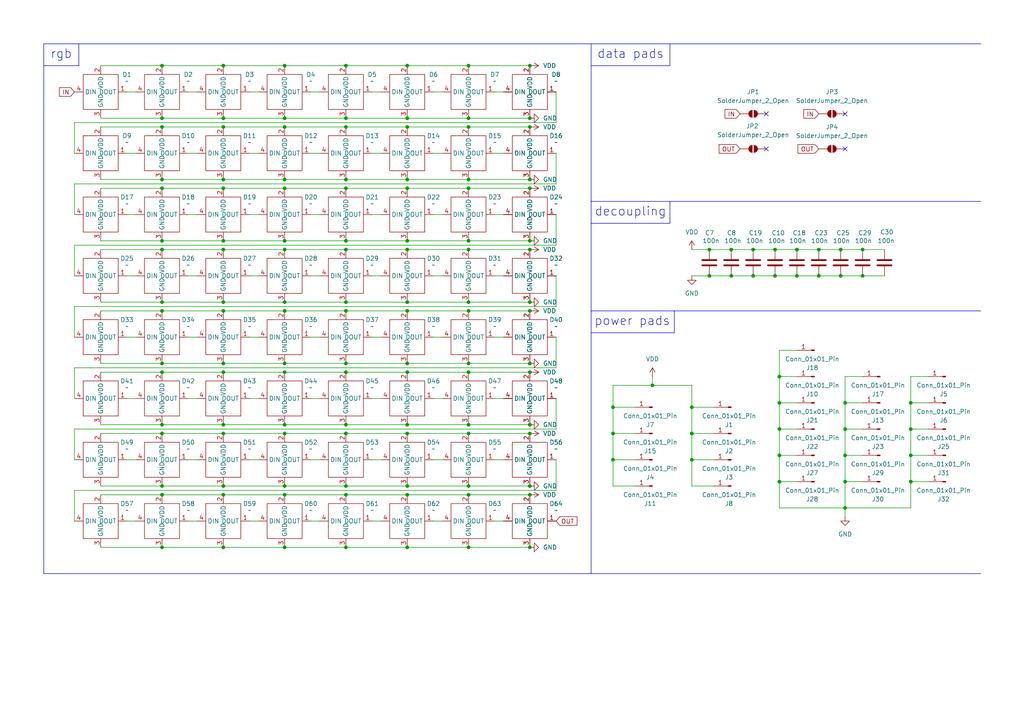
<source format=kicad_sch>
(kicad_sch (version 20250114) (generator "eeschema") (generator_version "9.0")
  (paper "A4")
  (text "data pads" (at 182.88 15.748 0) (effects (font (size 2.54 2.54))))
  (text "power pads" (at 183.388 93.218 0) (effects (font (size 2.54 2.54))))
  (text "rgb" (at 17.78 15.748 0) (effects (font (size 2.54 2.54))))
  (text "decoupling" (at 182.88 61.468 0) (effects (font (size 2.54 2.54))))
  (junction (at 226.06 132.08))
  (junction (at 82.55 123.19))
  (junction (at 46.99 54.61))
  (junction (at 231.14 80.01))
  (junction (at 245.11 147.32))
  (junction (at 100.33 123.19))
  (junction (at 118.11 72.39))
  (junction (at 135.89 123.19))
  (junction (at 118.11 105.41))
  (junction (at 264.16 124.46))
  (junction (at 135.89 54.61))
  (junction (at 46.99 19.05))
  (junction (at 135.89 87.63))
  (junction (at 226.06 124.46))
  (junction (at 118.11 143.51))
  (junction (at 46.99 143.51))
  (junction (at 82.55 72.39))
  (junction (at 153.67 87.63))
  (junction (at 118.11 158.75))
  (junction (at 118.11 90.17))
  (junction (at 153.67 52.07))
  (junction (at 135.89 90.17))
  (junction (at 100.33 158.75))
  (junction (at 64.77 52.07))
  (junction (at 135.89 69.85))
  (junction (at 153.67 143.51))
  (junction (at 46.99 36.83))
  (junction (at 118.11 34.29))
  (junction (at 177.8 133.35))
  (junction (at 118.11 19.05))
  (junction (at 243.84 80.01))
  (junction (at 64.77 54.61))
  (junction (at 118.11 36.83))
  (junction (at 82.55 87.63))
  (junction (at 100.33 87.63))
  (junction (at 82.55 125.73))
  (junction (at 153.67 125.73))
  (junction (at 264.16 116.84))
  (junction (at 218.44 80.01))
  (junction (at 46.99 69.85))
  (junction (at 200.66 118.11))
  (junction (at 237.49 80.01))
  (junction (at 135.89 72.39))
  (junction (at 153.67 105.41))
  (junction (at 189.23 111.76))
  (junction (at 100.33 90.17))
  (junction (at 82.55 107.95))
  (junction (at 64.77 87.63))
  (junction (at 64.77 90.17))
  (junction (at 64.77 34.29))
  (junction (at 64.77 19.05))
  (junction (at 153.67 107.95))
  (junction (at 82.55 54.61))
  (junction (at 118.11 123.19))
  (junction (at 100.33 125.73))
  (junction (at 205.74 80.01))
  (junction (at 245.11 116.84))
  (junction (at 46.99 158.75))
  (junction (at 153.67 54.61))
  (junction (at 64.77 107.95))
  (junction (at 212.09 72.39))
  (junction (at 46.99 107.95))
  (junction (at 46.99 125.73))
  (junction (at 100.33 72.39))
  (junction (at 82.55 105.41))
  (junction (at 118.11 140.97))
  (junction (at 46.99 140.97))
  (junction (at 82.55 36.83))
  (junction (at 153.67 158.75))
  (junction (at 82.55 143.51))
  (junction (at 100.33 34.29))
  (junction (at 250.19 72.39))
  (junction (at 177.8 125.73))
  (junction (at 153.67 36.83))
  (junction (at 64.77 158.75))
  (junction (at 135.89 105.41))
  (junction (at 100.33 54.61))
  (junction (at 200.66 125.73))
  (junction (at 100.33 107.95))
  (junction (at 82.55 52.07))
  (junction (at 64.77 140.97))
  (junction (at 135.89 158.75))
  (junction (at 82.55 69.85))
  (junction (at 231.14 72.39))
  (junction (at 226.06 139.7))
  (junction (at 118.11 107.95))
  (junction (at 226.06 116.84))
  (junction (at 82.55 34.29))
  (junction (at 100.33 36.83))
  (junction (at 135.89 107.95))
  (junction (at 118.11 69.85))
  (junction (at 224.79 72.39))
  (junction (at 46.99 52.07))
  (junction (at 100.33 140.97))
  (junction (at 245.11 132.08))
  (junction (at 135.89 125.73))
  (junction (at 100.33 19.05))
  (junction (at 100.33 69.85))
  (junction (at 218.44 72.39))
  (junction (at 100.33 143.51))
  (junction (at 250.19 80.01))
  (junction (at 264.16 132.08))
  (junction (at 264.16 139.7))
  (junction (at 46.99 90.17))
  (junction (at 226.06 109.22))
  (junction (at 153.67 72.39))
  (junction (at 200.66 133.35))
  (junction (at 64.77 125.73))
  (junction (at 153.67 140.97))
  (junction (at 82.55 158.75))
  (junction (at 82.55 140.97))
  (junction (at 245.11 124.46))
  (junction (at 100.33 105.41))
  (junction (at 212.09 80.01))
  (junction (at 237.49 72.39))
  (junction (at 153.67 69.85))
  (junction (at 100.33 52.07))
  (junction (at 46.99 72.39))
  (junction (at 243.84 72.39))
  (junction (at 135.89 140.97))
  (junction (at 118.11 54.61))
  (junction (at 64.77 36.83))
  (junction (at 118.11 125.73))
  (junction (at 118.11 52.07))
  (junction (at 245.11 139.7))
  (junction (at 64.77 143.51))
  (junction (at 82.55 90.17))
  (junction (at 64.77 105.41))
  (junction (at 135.89 143.51))
  (junction (at 135.89 34.29))
  (junction (at 46.99 34.29))
  (junction (at 153.67 34.29))
  (junction (at 64.77 72.39))
  (junction (at 153.67 90.17))
  (junction (at 135.89 19.05))
  (junction (at 64.77 123.19))
  (junction (at 64.77 69.85))
  (junction (at 177.8 118.11))
  (junction (at 82.55 19.05))
  (junction (at 46.99 87.63))
  (junction (at 135.89 52.07))
  (junction (at 118.11 87.63))
  (junction (at 46.99 105.41))
  (junction (at 153.67 123.19))
  (junction (at 135.89 36.83))
  (junction (at 224.79 80.01))
  (junction (at 153.67 19.05))
  (junction (at 46.99 123.19))
  (junction (at 205.74 72.39))
  (no_connect (at 245.11 43.18))
  (no_connect (at 245.11 33.02))
  (no_connect (at 222.25 33.02))
  (no_connect (at 222.25 43.18))
  (wire (pts (xy 161.29 88.9) (xy 21.59 88.9)))
  (wire (pts (xy 100.33 90.17) (xy 118.11 90.17)))
  (wire (pts (xy 200.66 125.73) (xy 207.01 125.73)))
  (wire (pts (xy 82.55 105.41) (xy 100.33 105.41)))
  (wire (pts (xy 46.99 125.73) (xy 64.77 125.73)))
  (wire (pts (xy 161.29 80.01) (xy 161.29 88.9)))
  (wire (pts (xy 64.77 52.07) (xy 82.55 52.07)))
  (wire (pts (xy 100.33 87.63) (xy 118.11 87.63)))
  (wire (pts (xy 125.73 115.57) (xy 128.27 115.57)))
  (wire (pts (xy 161.29 35.56) (xy 21.59 35.56)))
  (wire (pts (xy 161.29 53.34) (xy 21.59 53.34)))
  (wire (pts (xy 226.06 124.46) (xy 226.06 132.08)))
  (wire (pts (xy 64.77 87.63) (xy 82.55 87.63)))
  (wire (pts (xy 118.11 52.07) (xy 135.89 52.07)))
  (wire (pts (xy 29.21 90.17) (xy 46.99 90.17)))
  (polyline (pts (xy 171.45 64.77) (xy 194.31 64.77)))
  (wire (pts (xy 72.39 80.01) (xy 74.93 80.01)))
  (wire (pts (xy 245.11 109.22) (xy 250.19 109.22)))
  (wire (pts (xy 245.11 132.08) (xy 250.19 132.08)))
  (wire (pts (xy 107.95 62.23) (xy 110.49 62.23)))
  (polyline (pts (xy 194.31 19.05) (xy 171.45 19.05)))
  (wire (pts (xy 36.83 151.13) (xy 39.37 151.13)))
  (wire (pts (xy 226.06 132.08) (xy 231.14 132.08)))
  (wire (pts (xy 82.55 19.05) (xy 100.33 19.05)))
  (wire (pts (xy 118.11 123.19) (xy 135.89 123.19)))
  (wire (pts (xy 200.66 118.11) (xy 207.01 118.11)))
  (wire (pts (xy 82.55 54.61) (xy 100.33 54.61)))
  (wire (pts (xy 135.89 143.51) (xy 153.67 143.51)))
  (wire (pts (xy 135.89 90.17) (xy 153.67 90.17)))
  (wire (pts (xy 161.29 44.45) (xy 161.29 53.34)))
  (wire (pts (xy 82.55 125.73) (xy 100.33 125.73)))
  (wire (pts (xy 46.99 140.97) (xy 64.77 140.97)))
  (wire (pts (xy 135.89 36.83) (xy 153.67 36.83)))
  (wire (pts (xy 118.11 125.73) (xy 135.89 125.73)))
  (wire (pts (xy 29.21 34.29) (xy 46.99 34.29)))
  (wire (pts (xy 243.84 80.01) (xy 250.19 80.01)))
  (wire (pts (xy 64.77 34.29) (xy 82.55 34.29)))
  (wire (pts (xy 107.95 97.79) (xy 110.49 97.79)))
  (wire (pts (xy 64.77 140.97) (xy 82.55 140.97)))
  (wire (pts (xy 100.33 36.83) (xy 118.11 36.83)))
  (wire (pts (xy 135.89 52.07) (xy 153.67 52.07)))
  (polyline (pts (xy 194.31 58.42) (xy 194.31 64.77)))
  (wire (pts (xy 107.95 44.45) (xy 110.49 44.45)))
  (wire (pts (xy 72.39 26.67) (xy 74.93 26.67)))
  (wire (pts (xy 118.11 54.61) (xy 135.89 54.61)))
  (wire (pts (xy 64.77 105.41) (xy 82.55 105.41)))
  (wire (pts (xy 118.11 107.95) (xy 135.89 107.95)))
  (wire (pts (xy 36.83 133.35) (xy 39.37 133.35)))
  (wire (pts (xy 245.11 109.22) (xy 245.11 116.84)))
  (wire (pts (xy 46.99 72.39) (xy 64.77 72.39)))
  (polyline (pts (xy 12.7 19.05) (xy 22.86 19.05)))
  (wire (pts (xy 72.39 115.57) (xy 74.93 115.57)))
  (wire (pts (xy 135.89 125.73) (xy 153.67 125.73)))
  (wire (pts (xy 82.55 34.29) (xy 100.33 34.29)))
  (wire (pts (xy 64.77 54.61) (xy 82.55 54.61)))
  (wire (pts (xy 54.61 62.23) (xy 57.15 62.23)))
  (wire (pts (xy 189.23 109.22) (xy 189.23 111.76)))
  (wire (pts (xy 264.16 116.84) (xy 264.16 124.46)))
  (wire (pts (xy 100.33 54.61) (xy 118.11 54.61)))
  (wire (pts (xy 245.11 139.7) (xy 245.11 132.08)))
  (wire (pts (xy 46.99 90.17) (xy 64.77 90.17)))
  (wire (pts (xy 125.73 133.35) (xy 128.27 133.35)))
  (wire (pts (xy 36.83 97.79) (xy 39.37 97.79)))
  (wire (pts (xy 226.06 116.84) (xy 226.06 124.46)))
  (wire (pts (xy 82.55 87.63) (xy 100.33 87.63)))
  (wire (pts (xy 46.99 123.19) (xy 64.77 123.19)))
  (wire (pts (xy 161.29 97.79) (xy 161.29 106.68)))
  (wire (pts (xy 226.06 109.22) (xy 231.14 109.22)))
  (wire (pts (xy 245.11 116.84) (xy 250.19 116.84)))
  (wire (pts (xy 264.16 124.46) (xy 269.24 124.46)))
  (wire (pts (xy 143.51 151.13) (xy 146.05 151.13)))
  (wire (pts (xy 118.11 143.51) (xy 135.89 143.51)))
  (wire (pts (xy 21.59 142.24) (xy 21.59 151.13)))
  (wire (pts (xy 46.99 54.61) (xy 64.77 54.61)))
  (wire (pts (xy 125.73 97.79) (xy 128.27 97.79)))
  (wire (pts (xy 118.11 72.39) (xy 135.89 72.39)))
  (wire (pts (xy 250.19 72.39) (xy 256.54 72.39)))
  (wire (pts (xy 264.16 139.7) (xy 264.16 132.08)))
  (wire (pts (xy 82.55 72.39) (xy 100.33 72.39)))
  (wire (pts (xy 245.11 139.7) (xy 250.19 139.7)))
  (wire (pts (xy 231.14 80.01) (xy 237.49 80.01)))
  (wire (pts (xy 29.21 158.75) (xy 46.99 158.75)))
  (wire (pts (xy 177.8 125.73) (xy 184.15 125.73)))
  (wire (pts (xy 245.11 139.7) (xy 245.11 147.32)))
  (polyline (pts (xy 194.31 12.7) (xy 194.31 19.05)))
  (wire (pts (xy 21.59 35.56) (xy 21.59 44.45)))
  (wire (pts (xy 177.8 133.35) (xy 184.15 133.35)))
  (wire (pts (xy 200.66 80.01) (xy 205.74 80.01)))
  (wire (pts (xy 118.11 69.85) (xy 135.89 69.85)))
  (wire (pts (xy 125.73 26.67) (xy 128.27 26.67)))
  (wire (pts (xy 29.21 87.63) (xy 46.99 87.63)))
  (wire (pts (xy 90.17 151.13) (xy 92.71 151.13)))
  (wire (pts (xy 200.66 111.76) (xy 200.66 118.11)))
  (wire (pts (xy 245.11 147.32) (xy 245.11 149.86)))
  (wire (pts (xy 29.21 140.97) (xy 46.99 140.97)))
  (wire (pts (xy 64.77 125.73) (xy 82.55 125.73)))
  (wire (pts (xy 82.55 143.51) (xy 100.33 143.51)))
  (wire (pts (xy 90.17 26.67) (xy 92.71 26.67)))
  (wire (pts (xy 250.19 80.01) (xy 256.54 80.01)))
  (wire (pts (xy 237.49 80.01) (xy 243.84 80.01)))
  (wire (pts (xy 82.55 140.97) (xy 100.33 140.97)))
  (wire (pts (xy 212.09 72.39) (xy 218.44 72.39)))
  (wire (pts (xy 36.83 26.67) (xy 39.37 26.67)))
  (wire (pts (xy 243.84 72.39) (xy 250.19 72.39)))
  (wire (pts (xy 54.61 44.45) (xy 57.15 44.45)))
  (wire (pts (xy 189.23 111.76) (xy 200.66 111.76)))
  (wire (pts (xy 46.99 105.41) (xy 64.77 105.41)))
  (wire (pts (xy 245.11 147.32) (xy 226.06 147.32)))
  (wire (pts (xy 107.95 80.01) (xy 110.49 80.01)))
  (wire (pts (xy 46.99 36.83) (xy 64.77 36.83)))
  (wire (pts (xy 46.99 143.51) (xy 64.77 143.51)))
  (wire (pts (xy 135.89 87.63) (xy 153.67 87.63)))
  (wire (pts (xy 125.73 151.13) (xy 128.27 151.13)))
  (wire (pts (xy 161.29 124.46) (xy 21.59 124.46)))
  (wire (pts (xy 264.16 139.7) (xy 269.24 139.7)))
  (wire (pts (xy 200.66 118.11) (xy 200.66 125.73)))
  (wire (pts (xy 161.29 115.57) (xy 161.29 124.46)))
  (wire (pts (xy 245.11 124.46) (xy 250.19 124.46)))
  (wire (pts (xy 46.99 69.85) (xy 64.77 69.85)))
  (wire (pts (xy 200.66 133.35) (xy 207.01 133.35)))
  (wire (pts (xy 118.11 36.83) (xy 135.89 36.83)))
  (wire (pts (xy 21.59 124.46) (xy 21.59 133.35)))
  (polyline (pts (xy 171.45 90.17) (xy 171.45 166.37)))
  (wire (pts (xy 100.33 158.75) (xy 118.11 158.75)))
  (polyline (pts (xy 170.18 166.37) (xy 284.48 166.37)))
  (wire (pts (xy 100.33 69.85) (xy 118.11 69.85)))
  (wire (pts (xy 29.21 107.95) (xy 46.99 107.95)))
  (polyline (pts (xy 171.45 58.42) (xy 171.45 90.17)))
  (wire (pts (xy 118.11 34.29) (xy 135.89 34.29)))
  (wire (pts (xy 226.06 124.46) (xy 231.14 124.46)))
  (wire (pts (xy 21.59 88.9) (xy 21.59 97.79)))
  (wire (pts (xy 29.21 72.39) (xy 46.99 72.39)))
  (wire (pts (xy 218.44 72.39) (xy 224.79 72.39)))
  (wire (pts (xy 64.77 158.75) (xy 82.55 158.75)))
  (polyline (pts (xy 171.45 90.17) (xy 284.48 90.17)))
  (wire (pts (xy 143.51 80.01) (xy 146.05 80.01)))
  (wire (pts (xy 231.14 72.39) (xy 237.49 72.39)))
  (wire (pts (xy 135.89 158.75) (xy 153.67 158.75)))
  (wire (pts (xy 177.8 118.11) (xy 184.15 118.11)))
  (wire (pts (xy 100.33 123.19) (xy 118.11 123.19)))
  (wire (pts (xy 90.17 80.01) (xy 92.71 80.01)))
  (wire (pts (xy 54.61 97.79) (xy 57.15 97.79)))
  (wire (pts (xy 237.49 72.39) (xy 243.84 72.39)))
  (wire (pts (xy 118.11 19.05) (xy 135.89 19.05)))
  (wire (pts (xy 21.59 71.12) (xy 21.59 80.01)))
  (wire (pts (xy 118.11 90.17) (xy 135.89 90.17)))
  (wire (pts (xy 118.11 140.97) (xy 135.89 140.97)))
  (wire (pts (xy 29.21 143.51) (xy 46.99 143.51)))
  (wire (pts (xy 143.51 115.57) (xy 146.05 115.57)))
  (wire (pts (xy 224.79 80.01) (xy 231.14 80.01)))
  (wire (pts (xy 82.55 52.07) (xy 100.33 52.07)))
  (wire (pts (xy 100.33 105.41) (xy 118.11 105.41)))
  (wire (pts (xy 21.59 53.34) (xy 21.59 62.23)))
  (wire (pts (xy 72.39 151.13) (xy 74.93 151.13)))
  (polyline (pts (xy 171.45 96.52) (xy 195.58 96.52)))
  (wire (pts (xy 135.89 69.85) (xy 153.67 69.85)))
  (wire (pts (xy 90.17 97.79) (xy 92.71 97.79)))
  (wire (pts (xy 72.39 97.79) (xy 74.93 97.79)))
  (wire (pts (xy 100.33 125.73) (xy 118.11 125.73)))
  (wire (pts (xy 107.95 151.13) (xy 110.49 151.13)))
  (wire (pts (xy 72.39 62.23) (xy 74.93 62.23)))
  (wire (pts (xy 143.51 62.23) (xy 146.05 62.23)))
  (polyline (pts (xy 171.45 12.7) (xy 171.45 58.42)))
  (wire (pts (xy 64.77 36.83) (xy 82.55 36.83)))
  (wire (pts (xy 177.8 118.11) (xy 177.8 125.73)))
  (wire (pts (xy 264.16 109.22) (xy 269.24 109.22)))
  (wire (pts (xy 90.17 115.57) (xy 92.71 115.57)))
  (wire (pts (xy 226.06 101.6) (xy 226.06 109.22)))
  (wire (pts (xy 200.66 140.97) (xy 207.01 140.97)))
  (wire (pts (xy 29.21 36.83) (xy 46.99 36.83)))
  (wire (pts (xy 90.17 44.45) (xy 92.71 44.45)))
  (wire (pts (xy 64.77 72.39) (xy 82.55 72.39)))
  (wire (pts (xy 54.61 151.13) (xy 57.15 151.13)))
  (wire (pts (xy 100.33 52.07) (xy 118.11 52.07)))
  (wire (pts (xy 36.83 44.45) (xy 39.37 44.45)))
  (polyline (pts (xy 22.86 12.7) (xy 22.86 19.05)))
  (wire (pts (xy 90.17 62.23) (xy 92.71 62.23)))
  (wire (pts (xy 29.21 19.05) (xy 46.99 19.05)))
  (wire (pts (xy 135.89 123.19) (xy 153.67 123.19)))
  (wire (pts (xy 100.33 19.05) (xy 118.11 19.05)))
  (wire (pts (xy 54.61 26.67) (xy 57.15 26.67)))
  (wire (pts (xy 200.66 125.73) (xy 200.66 133.35)))
  (polyline (pts (xy 195.58 90.17) (xy 195.58 96.52)))
  (wire (pts (xy 64.77 143.51) (xy 82.55 143.51)))
  (wire (pts (xy 54.61 80.01) (xy 57.15 80.01)))
  (polyline (pts (xy 12.7 166.37) (xy 170.18 166.37)))
  (wire (pts (xy 100.33 143.51) (xy 118.11 143.51)))
  (wire (pts (xy 135.89 34.29) (xy 153.67 34.29)))
  (wire (pts (xy 264.16 139.7) (xy 264.16 147.32)))
  (wire (pts (xy 90.17 133.35) (xy 92.71 133.35)))
  (wire (pts (xy 21.59 106.68) (xy 21.59 115.57)))
  (wire (pts (xy 135.89 107.95) (xy 153.67 107.95)))
  (wire (pts (xy 100.33 72.39) (xy 118.11 72.39)))
  (wire (pts (xy 177.8 111.76) (xy 177.8 118.11)))
  (wire (pts (xy 29.21 105.41) (xy 46.99 105.41)))
  (wire (pts (xy 161.29 133.35) (xy 161.29 142.24)))
  (wire (pts (xy 161.29 62.23) (xy 161.29 71.12)))
  (wire (pts (xy 177.8 133.35) (xy 177.8 140.97)))
  (wire (pts (xy 72.39 44.45) (xy 74.93 44.45)))
  (wire (pts (xy 82.55 90.17) (xy 100.33 90.17)))
  (wire (pts (xy 125.73 80.01) (xy 128.27 80.01)))
  (wire (pts (xy 189.23 111.76) (xy 177.8 111.76)))
  (wire (pts (xy 161.29 26.67) (xy 161.29 35.56)))
  (polyline (pts (xy 171.45 58.42) (xy 284.48 58.42)))
  (wire (pts (xy 36.83 115.57) (xy 39.37 115.57)))
  (wire (pts (xy 161.29 106.68) (xy 21.59 106.68)))
  (wire (pts (xy 143.51 26.67) (xy 146.05 26.67)))
  (wire (pts (xy 46.99 87.63) (xy 64.77 87.63)))
  (wire (pts (xy 82.55 123.19) (xy 100.33 123.19)))
  (wire (pts (xy 54.61 133.35) (xy 57.15 133.35)))
  (wire (pts (xy 212.09 80.01) (xy 218.44 80.01)))
  (wire (pts (xy 143.51 97.79) (xy 146.05 97.79)))
  (wire (pts (xy 46.99 158.75) (xy 64.77 158.75)))
  (wire (pts (xy 226.06 109.22) (xy 226.06 116.84)))
  (wire (pts (xy 118.11 158.75) (xy 135.89 158.75)))
  (wire (pts (xy 29.21 52.07) (xy 46.99 52.07)))
  (wire (pts (xy 64.77 19.05) (xy 82.55 19.05)))
  (wire (pts (xy 82.55 158.75) (xy 100.33 158.75)))
  (wire (pts (xy 29.21 123.19) (xy 46.99 123.19)))
  (polyline (pts (xy 12.7 12.7) (xy 12.7 166.37)))
  (wire (pts (xy 125.73 62.23) (xy 128.27 62.23)))
  (wire (pts (xy 205.74 80.01) (xy 212.09 80.01)))
  (wire (pts (xy 226.06 139.7) (xy 231.14 139.7)))
  (wire (pts (xy 264.16 116.84) (xy 269.24 116.84)))
  (wire (pts (xy 64.77 69.85) (xy 82.55 69.85)))
  (wire (pts (xy 125.73 44.45) (xy 128.27 44.45)))
  (wire (pts (xy 82.55 107.95) (xy 100.33 107.95)))
  (wire (pts (xy 107.95 26.67) (xy 110.49 26.67)))
  (wire (pts (xy 245.11 124.46) (xy 245.11 132.08)))
  (wire (pts (xy 82.55 69.85) (xy 100.33 69.85)))
  (wire (pts (xy 226.06 101.6) (xy 231.14 101.6)))
  (wire (pts (xy 29.21 125.73) (xy 46.99 125.73)))
  (wire (pts (xy 118.11 105.41) (xy 135.89 105.41)))
  (wire (pts (xy 46.99 107.95) (xy 64.77 107.95)))
  (wire (pts (xy 218.44 80.01) (xy 224.79 80.01)))
  (wire (pts (xy 29.21 69.85) (xy 46.99 69.85)))
  (wire (pts (xy 264.16 124.46) (xy 264.16 132.08)))
  (wire (pts (xy 161.29 71.12) (xy 21.59 71.12)))
  (wire (pts (xy 29.21 54.61) (xy 46.99 54.61)))
  (wire (pts (xy 135.89 140.97) (xy 153.67 140.97)))
  (wire (pts (xy 226.06 116.84) (xy 231.14 116.84)))
  (wire (pts (xy 143.51 133.35) (xy 146.05 133.35)))
  (polyline (pts (xy 12.7 12.7) (xy 284.48 12.7)))
  (wire (pts (xy 107.95 115.57) (xy 110.49 115.57)))
  (wire (pts (xy 64.77 123.19) (xy 82.55 123.19)))
  (wire (pts (xy 161.29 142.24) (xy 21.59 142.24)))
  (wire (pts (xy 200.66 72.39) (xy 205.74 72.39)))
  (wire (pts (xy 100.33 107.95) (xy 118.11 107.95)))
  (wire (pts (xy 205.74 72.39) (xy 212.09 72.39)))
  (wire (pts (xy 177.8 125.73) (xy 177.8 133.35)))
  (wire (pts (xy 135.89 54.61) (xy 153.67 54.61)))
  (wire (pts (xy 135.89 19.05) (xy 153.67 19.05)))
  (wire (pts (xy 200.66 133.35) (xy 200.66 140.97)))
  (wire (pts (xy 177.8 140.97) (xy 184.15 140.97)))
  (wire (pts (xy 135.89 105.41) (xy 153.67 105.41)))
  (wire (pts (xy 82.55 36.83) (xy 100.33 36.83)))
  (wire (pts (xy 107.95 133.35) (xy 110.49 133.35)))
  (wire (pts (xy 264.16 132.08) (xy 269.24 132.08)))
  (wire (pts (xy 226.06 132.08) (xy 226.06 139.7)))
  (wire (pts (xy 64.77 107.95) (xy 82.55 107.95)))
  (wire (pts (xy 46.99 19.05) (xy 64.77 19.05)))
  (wire (pts (xy 100.33 140.97) (xy 118.11 140.97)))
  (wire (pts (xy 54.61 115.57) (xy 57.15 115.57)))
  (wire (pts (xy 72.39 133.35) (xy 74.93 133.35)))
  (wire (pts (xy 135.89 72.39) (xy 153.67 72.39)))
  (wire (pts (xy 118.11 87.63) (xy 135.89 87.63)))
  (wire (pts (xy 226.06 139.7) (xy 226.06 147.32)))
  (wire (pts (xy 143.51 44.45) (xy 146.05 44.45)))
  (wire (pts (xy 46.99 34.29) (xy 64.77 34.29)))
  (wire (pts (xy 245.11 116.84) (xy 245.11 124.46)))
  (wire (pts (xy 46.99 52.07) (xy 64.77 52.07)))
  (wire (pts (xy 264.16 109.22) (xy 264.16 116.84)))
  (wire (pts (xy 36.83 80.01) (xy 39.37 80.01)))
  (wire (pts (xy 100.33 34.29) (xy 118.11 34.29)))
  (wire (pts (xy 224.79 72.39) (xy 231.14 72.39)))
  (wire (pts (xy 36.83 62.23) (xy 39.37 62.23)))
  (wire (pts (xy 245.11 147.32) (xy 264.16 147.32)))
  (wire (pts (xy 64.77 90.17) (xy 82.55 90.17)))
  (global_label "IN" (shape input) (at 214.63 33.02 180) (property "Intersheetrefs" "${INTERSHEET_REFS}" (effects (hide yes))))
  (global_label "IN" (shape input) (at 237.49 33.02 180) (property "Intersheetrefs" "${INTERSHEET_REFS}" (effects (hide yes))))
  (global_label "OUT" (shape input) (at 237.49 43.18 180) (property "Intersheetrefs" "${INTERSHEET_REFS}" (effects (hide yes))))
  (global_label "IN" (shape input) (at 21.59 26.67 180) (property "Intersheetrefs" "${INTERSHEET_REFS}" (effects (hide yes))))
  (global_label "OUT" (shape input) (at 161.29 151.13 0) (property "Intersheetrefs" "${INTERSHEET_REFS}" (effects (hide yes))))
  (global_label "OUT" (shape input) (at 214.63 43.18 180) (property "Intersheetrefs" "${INTERSHEET_REFS}" (effects (hide yes))))
  (symbol (lib_id "Connector:Conn_01x01_Pin") (at 212.09 118.11 180) (unit 1)
    (property "Reference" "J1" (at 211.455 123.19 0))
    (property "Value" "Conn_01x01_Pin" (at 211.455 120.65 0))
    (property "Footprint" "Custom:matrix-pad-vcc" (effects (hide yes)))
    (property "Description" "Generic connector, single row, 01x01, script generated" (effects (hide yes)))
  )
  (symbol (lib_id "Custom:XL-1010RGBC-WS2812B") (at 29.21 115.57 0) (unit 1)
    (property "Reference" "D41" (at 36.83 110.5214 0))
    (property "Value" "~" (at 36.83 112.4265 0))
    (property "Footprint" "Custom:XL-1010RGBC-WS28128B" (effects (hide yes)))
  )
  (symbol (lib_id "Connector:Conn_01x01_Pin") (at 212.09 125.73 180) (unit 1)
    (property "Reference" "J2" (at 211.455 130.81 0))
    (property "Value" "Conn_01x01_Pin" (at 211.455 128.27 0))
    (property "Footprint" "Custom:matrix-pad-vcc" (effects (hide yes)))
    (property "Description" "Generic connector, single row, 01x01, script generated" (effects (hide yes)))
  )
  (symbol (lib_id "Custom:XL-1010RGBC-WS2812B") (at 46.99 26.67 0) (unit 1)
    (property "Reference" "D2" (at 54.61 21.6214 0))
    (property "Value" "~" (at 54.61 23.5265 0))
    (property "Footprint" "Custom:XL-1010RGBC-WS28128B" (effects (hide yes)))
  )
  (symbol (lib_id "Custom:XL-1010RGBC-WS2812B") (at 29.21 44.45 0) (unit 1)
    (property "Reference" "D9" (at 36.83 39.4014 0))
    (property "Value" "~" (at 36.83 41.3065 0))
    (property "Footprint" "Custom:XL-1010RGBC-WS28128B" (effects (hide yes)))
  )
  (symbol (lib_id "Custom:XL-1010RGBC-WS2812B") (at 29.21 97.79 0) (unit 1)
    (property "Reference" "D33" (at 36.83 92.7414 0))
    (property "Value" "~" (at 36.83 94.6465 0))
    (property "Footprint" "Custom:XL-1010RGBC-WS28128B" (effects (hide yes)))
  )
  (symbol (lib_id "Jumper:SolderJumper_2_Open") (at 218.44 33.02 180) (unit 1) (in_bom no)
    (property "Reference" "JP1" (at 218.44 26.67 0))
    (property "Value" "SolderJumper_2_Open" (at 218.44 29.21 0))
    (property "Footprint" "Custom:matrix-pad-din" (effects (hide yes)))
    (property "Description" "Solder Jumper, 2-pole, open" (effects (hide yes)))
  )
  (symbol (lib_id "Custom:XL-1010RGBC-WS2812B") (at 153.67 26.67 0) (unit 1)
    (property "Reference" "D8" (at 161.29 21.6214 0))
    (property "Value" "~" (at 161.29 23.5265 0))
    (property "Footprint" "Custom:XL-1010RGBC-WS28128B" (effects (hide yes)))
  )
  (symbol (lib_id "Custom:XL-1010RGBC-WS2812B") (at 118.11 115.57 0) (unit 1)
    (property "Reference" "D46" (at 125.73 110.5214 0))
    (property "Value" "~" (at 125.73 112.4265 0))
    (property "Footprint" "Custom:XL-1010RGBC-WS28128B" (effects (hide yes)))
  )
  (symbol (lib_id "Custom:XL-1010RGBC-WS2812B") (at 64.77 26.67 0) (unit 1)
    (property "Reference" "D3" (at 72.39 21.6214 0))
    (property "Value" "~" (at 72.39 23.5265 0))
    (property "Footprint" "Custom:XL-1010RGBC-WS28128B" (effects (hide yes)))
  )
  (symbol (lib_id "Custom:XL-1010RGBC-WS2812B") (at 46.99 115.57 0) (unit 1)
    (property "Reference" "D42" (at 54.61 110.5214 0))
    (property "Value" "~" (at 54.61 112.4265 0))
    (property "Footprint" "Custom:XL-1010RGBC-WS28128B" (effects (hide yes)))
  )
  (symbol (lib_id "Device:C") (at 218.44 76.2 0) (unit 1)
    (property "Reference" "C19" (at 217.17 67.564 0) (effects (justify left)))
    (property "Value" "100n" (at 216.408 69.85 0) (effects (justify left)))
    (property "Footprint" "Capacitor_SMD:C_0402_1005Metric" (effects (hide yes)))
    (property "Description" "Unpolarized capacitor" (effects (hide yes)))
  )
  (symbol (lib_id "power:VDD") (at 153.67 19.05 270) (unit 1)
    (property "Reference" "#PWR02" (effects (hide yes)))
    (property "Value" "VDD" (at 157.48 19.0499 90) (effects (justify left)))
    (property "Description" "Power symbol creates a global label with name \"VDD\"" (effects (hide yes)))
  )
  (symbol (lib_id "power:VCC") (at 200.66 72.39 0) (unit 1)
    (property "Reference" "#PWR021" (effects (hide yes)))
    (property "Value" "VDD" (at 200.66 67.31 0))
    (property "Description" "Power symbol creates a global label with name \"VCC\"" (effects (hide yes)))
  )
  (symbol (lib_id "Custom:XL-1010RGBC-WS2812B") (at 29.21 80.01 0) (unit 1)
    (property "Reference" "D25" (at 36.83 74.9614 0))
    (property "Value" "~" (at 36.83 76.8665 0))
    (property "Footprint" "Custom:XL-1010RGBC-WS28128B" (effects (hide yes)))
  )
  (symbol (lib_id "Connector:Conn_01x01_Pin") (at 274.32 109.22 180) (unit 1)
    (property "Reference" "J5" (at 273.685 114.3 0))
    (property "Value" "Conn_01x01_Pin" (at 273.685 111.76 0))
    (property "Footprint" "Custom:matrix-pad-gn" (effects (hide yes)))
    (property "Description" "Generic connector, single row, 01x01, script generated" (effects (hide yes)))
  )
  (symbol (lib_id "Custom:XL-1010RGBC-WS2812B") (at 82.55 115.57 0) (unit 1)
    (property "Reference" "D44" (at 90.17 110.5214 0))
    (property "Value" "~" (at 90.17 112.4265 0))
    (property "Footprint" "Custom:XL-1010RGBC-WS28128B" (effects (hide yes)))
  )
  (symbol (lib_id "Custom:XL-1010RGBC-WS2812B") (at 64.77 151.13 0) (unit 1)
    (property "Reference" "D59" (at 72.39 146.0814 0))
    (property "Value" "~" (at 72.39 147.9865 0))
    (property "Footprint" "Custom:XL-1010RGBC-WS28128B" (effects (hide yes)))
  )
  (symbol (lib_id "Jumper:SolderJumper_2_Open") (at 241.3 33.02 180) (unit 1) (in_bom no)
    (property "Reference" "JP3" (at 241.3 26.67 0))
    (property "Value" "SolderJumper_2_Open" (at 241.3 29.21 0))
    (property "Footprint" "Custom:matrix-pad-din" (effects (hide yes)))
    (property "Description" "Solder Jumper, 2-pole, open" (effects (hide yes)))
  )
  (symbol (lib_id "Connector:Conn_01x01_Pin") (at 236.22 116.84 180) (unit 1)
    (property "Reference" "J21" (at 235.585 121.92 0))
    (property "Value" "Conn_01x01_Pin" (at 235.585 119.38 0))
    (property "Footprint" "Custom:matrix-pad-gn" (effects (hide yes)))
    (property "Description" "Generic connector, single row, 01x01, script generated" (effects (hide yes)))
  )
  (symbol (lib_id "power:VDD") (at 153.67 125.73 270) (unit 1)
    (property "Reference" "#PWR07" (effects (hide yes)))
    (property "Value" "VDD" (at 157.48 125.7299 90) (effects (justify left)))
    (property "Description" "Power symbol creates a global label with name \"VDD\"" (effects (hide yes)))
  )
  (symbol (lib_id "Custom:XL-1010RGBC-WS2812B") (at 118.11 80.01 0) (unit 1)
    (property "Reference" "D30" (at 125.73 74.9614 0))
    (property "Value" "~" (at 125.73 76.8665 0))
    (property "Footprint" "Custom:XL-1010RGBC-WS28128B" (effects (hide yes)))
  )
  (symbol (lib_id "Connector:Conn_01x01_Pin") (at 189.23 118.11 180) (unit 1)
    (property "Reference" "J7" (at 188.595 123.19 0))
    (property "Value" "Conn_01x01_Pin" (at 188.595 120.65 0))
    (property "Footprint" "Custom:matrix-pad-vcc" (effects (hide yes)))
    (property "Description" "Generic connector, single row, 01x01, script generated" (effects (hide yes)))
  )
  (symbol (lib_id "Device:C") (at 237.49 76.2 0) (unit 1)
    (property "Reference" "C23" (at 236.22 67.564 0) (effects (justify left)))
    (property "Value" "100n" (at 235.204 69.85 0) (effects (justify left)))
    (property "Footprint" "Capacitor_SMD:C_0402_1005Metric" (effects (hide yes)))
    (property "Description" "Unpolarized capacitor" (effects (hide yes)))
  )
  (symbol (lib_id "Connector:Conn_01x01_Pin") (at 189.23 133.35 180) (unit 1)
    (property "Reference" "J4" (at 188.595 138.43 0))
    (property "Value" "Conn_01x01_Pin" (at 188.595 135.89 0))
    (property "Footprint" "Custom:matrix-pad-vcc" (effects (hide yes)))
    (property "Description" "Generic connector, single row, 01x01, script generated" (effects (hide yes)))
  )
  (symbol (lib_id "Custom:XL-1010RGBC-WS2812B") (at 46.99 133.35 0) (unit 1)
    (property "Reference" "D50" (at 54.61 128.3014 0))
    (property "Value" "~" (at 54.61 130.2065 0))
    (property "Footprint" "Custom:XL-1010RGBC-WS28128B" (effects (hide yes)))
  )
  (symbol (lib_id "Device:C") (at 243.84 76.2 0) (unit 1)
    (property "Reference" "C25" (at 242.57 67.564 0) (effects (justify left)))
    (property "Value" "100n" (at 241.554 69.85 0) (effects (justify left)))
    (property "Footprint" "Capacitor_SMD:C_0402_1005Metric" (effects (hide yes)))
    (property "Description" "Unpolarized capacitor" (effects (hide yes)))
  )
  (symbol (lib_id "Custom:XL-1010RGBC-WS2812B") (at 64.77 62.23 0) (unit 1)
    (property "Reference" "D19" (at 72.39 57.1814 0))
    (property "Value" "~" (at 72.39 59.0865 0))
    (property "Footprint" "Custom:XL-1010RGBC-WS28128B" (effects (hide yes)))
  )
  (symbol (lib_id "Custom:XL-1010RGBC-WS2812B") (at 100.33 44.45 0) (unit 1)
    (property "Reference" "D13" (at 107.95 39.4014 0))
    (property "Value" "~" (at 107.95 41.3065 0))
    (property "Footprint" "Custom:XL-1010RGBC-WS28128B" (effects (hide yes)))
  )
  (symbol (lib_id "Custom:XL-1010RGBC-WS2812B") (at 153.67 62.23 0) (unit 1)
    (property "Reference" "D24" (at 161.29 57.1814 0))
    (property "Value" "~" (at 161.29 59.0865 0))
    (property "Footprint" "Custom:XL-1010RGBC-WS28128B" (effects (hide yes)))
  )
  (symbol (lib_id "power:GND") (at 153.67 123.19 90) (unit 1)
    (property "Reference" "#PWR014" (effects (hide yes)))
    (property "Value" "GND" (at 157.48 123.1899 90) (effects (justify right)))
    (property "Description" "Power symbol creates a global label with name \"GND\" , ground" (effects (hide yes)))
  )
  (symbol (lib_id "Connector:Conn_01x01_Pin") (at 255.27 132.08 180) (unit 1)
    (property "Reference" "J29" (at 254.635 137.16 0))
    (property "Value" "Conn_01x01_Pin" (at 254.635 134.62 0))
    (property "Footprint" "Custom:matrix-pad-gn" (effects (hide yes)))
    (property "Description" "Generic connector, single row, 01x01, script generated" (effects (hide yes)))
  )
  (symbol (lib_id "Connector:Conn_01x01_Pin") (at 236.22 124.46 180) (unit 1)
    (property "Reference" "J22" (at 235.585 129.54 0))
    (property "Value" "Conn_01x01_Pin" (at 235.585 127 0))
    (property "Footprint" "Custom:matrix-pad-gn" (effects (hide yes)))
    (property "Description" "Generic connector, single row, 01x01, script generated" (effects (hide yes)))
  )
  (symbol (lib_id "Custom:XL-1010RGBC-WS2812B") (at 100.33 80.01 0) (unit 1)
    (property "Reference" "D29" (at 107.95 74.9614 0))
    (property "Value" "~" (at 107.95 76.8665 0))
    (property "Footprint" "Custom:XL-1010RGBC-WS28128B" (effects (hide yes)))
  )
  (symbol (lib_id "Device:C") (at 231.14 76.2 0) (unit 1)
    (property "Reference" "C18" (at 229.87 67.564 0) (effects (justify left)))
    (property "Value" "100n" (at 228.854 69.85 0) (effects (justify left)))
    (property "Footprint" "Capacitor_SMD:C_0402_1005Metric" (effects (hide yes)))
    (property "Description" "Unpolarized capacitor" (effects (hide yes)))
  )
  (symbol (lib_id "Connector:Conn_01x01_Pin") (at 236.22 109.22 180) (unit 1)
    (property "Reference" "J10" (at 235.585 114.3 0))
    (property "Value" "Conn_01x01_Pin" (at 235.585 111.76 0))
    (property "Footprint" "Custom:matrix-pad-gn" (effects (hide yes)))
    (property "Description" "Generic connector, single row, 01x01, script generated" (effects (hide yes)))
  )
  (symbol (lib_id "Custom:XL-1010RGBC-WS2812B") (at 46.99 151.13 0) (unit 1)
    (property "Reference" "D58" (at 54.61 146.0814 0))
    (property "Value" "~" (at 54.61 147.9865 0))
    (property "Footprint" "Custom:XL-1010RGBC-WS28128B" (effects (hide yes)))
  )
  (symbol (lib_id "Custom:XL-1010RGBC-WS2812B") (at 118.11 97.79 0) (unit 1)
    (property "Reference" "D38" (at 125.73 92.7414 0))
    (property "Value" "~" (at 125.73 94.6465 0))
    (property "Footprint" "Custom:XL-1010RGBC-WS28128B" (effects (hide yes)))
  )
  (symbol (lib_id "power:GND") (at 153.67 140.97 90) (unit 1)
    (property "Reference" "#PWR015" (effects (hide yes)))
    (property "Value" "GND" (at 157.48 140.9699 90) (effects (justify right)))
    (property "Description" "Power symbol creates a global label with name \"GND\" , ground" (effects (hide yes)))
  )
  (symbol (lib_id "Device:C") (at 224.79 76.2 0) (unit 1)
    (property "Reference" "C10" (at 223.774 67.564 0) (effects (justify left)))
    (property "Value" "100n" (at 222.758 69.85 0) (effects (justify left)))
    (property "Footprint" "Capacitor_SMD:C_0402_1005Metric" (effects (hide yes)))
    (property "Description" "Unpolarized capacitor" (effects (hide yes)))
  )
  (symbol (lib_id "Custom:XL-1010RGBC-WS2812B") (at 135.89 151.13 0) (unit 1)
    (property "Reference" "D63" (at 143.51 146.0814 0))
    (property "Value" "~" (at 143.51 147.9865 0))
    (property "Footprint" "Custom:XL-1010RGBC-WS28128B" (effects (hide yes)))
  )
  (symbol (lib_id "Custom:XL-1010RGBC-WS2812B") (at 64.77 44.45 0) (unit 1)
    (property "Reference" "D11" (at 72.39 39.4014 0))
    (property "Value" "~" (at 72.39 41.3065 0))
    (property "Footprint" "Custom:XL-1010RGBC-WS28128B" (effects (hide yes)))
  )
  (symbol (lib_id "Custom:XL-1010RGBC-WS2812B") (at 153.67 133.35 0) (unit 1)
    (property "Reference" "D56" (at 161.29 128.3014 0))
    (property "Value" "~" (at 161.29 130.2065 0))
    (property "Footprint" "Custom:XL-1010RGBC-WS28128B" (effects (hide yes)))
  )
  (symbol (lib_id "Custom:XL-1010RGBC-WS2812B") (at 100.33 115.57 0) (unit 1)
    (property "Reference" "D45" (at 107.95 110.5214 0))
    (property "Value" "~" (at 107.95 112.4265 0))
    (property "Footprint" "Custom:XL-1010RGBC-WS28128B" (effects (hide yes)))
  )
  (symbol (lib_id "Connector:Conn_01x01_Pin") (at 255.27 109.22 180) (unit 1)
    (property "Reference" "J17" (at 254.635 114.3 0))
    (property "Value" "Conn_01x01_Pin" (at 254.635 111.76 0))
    (property "Footprint" "Custom:matrix-pad-gn" (effects (hide yes)))
    (property "Description" "Generic connector, single row, 01x01, script generated" (effects (hide yes)))
  )
  (symbol (lib_id "Custom:XL-1010RGBC-WS2812B") (at 82.55 151.13 0) (unit 1)
    (property "Reference" "D60" (at 90.17 146.0814 0))
    (property "Value" "~" (at 90.17 147.9865 0))
    (property "Footprint" "Custom:XL-1010RGBC-WS28128B" (effects (hide yes)))
  )
  (symbol (lib_id "Connector:Conn_01x01_Pin") (at 212.09 140.97 180) (unit 1)
    (property "Reference" "J8" (at 211.455 146.05 0))
    (property "Value" "Conn_01x01_Pin" (at 211.455 143.51 0))
    (property "Footprint" "Custom:matrix-pad-vcc" (effects (hide yes)))
    (property "Description" "Generic connector, single row, 01x01, script generated" (effects (hide yes)))
  )
  (symbol (lib_id "Device:C") (at 212.09 76.2 0) (unit 1)
    (property "Reference" "C8" (at 210.82 67.564 0) (effects (justify left)))
    (property "Value" "100n" (at 210.058 69.85 0) (effects (justify left)))
    (property "Footprint" "Capacitor_SMD:C_0402_1005Metric" (effects (hide yes)))
    (property "Description" "Unpolarized capacitor" (effects (hide yes)))
  )
  (symbol (lib_id "Custom:XL-1010RGBC-WS2812B") (at 118.11 26.67 0) (unit 1)
    (property "Reference" "D6" (at 125.73 21.6214 0))
    (property "Value" "~" (at 125.73 23.5265 0))
    (property "Footprint" "Custom:XL-1010RGBC-WS28128B" (effects (hide yes)))
  )
  (symbol (lib_id "power:GND") (at 153.67 87.63 90) (unit 1)
    (property "Reference" "#PWR012" (effects (hide yes)))
    (property "Value" "GND" (at 157.48 87.6299 90) (effects (justify right)))
    (property "Description" "Power symbol creates a global label with name \"GND\" , ground" (effects (hide yes)))
  )
  (symbol (lib_id "Custom:XL-1010RGBC-WS2812B") (at 153.67 151.13 0) (unit 1)
    (property "Reference" "D64" (at 161.29 146.0814 0))
    (property "Value" "~" (at 161.29 147.9865 0))
    (property "Footprint" "Custom:XL-1010RGBC-WS28128B" (effects (hide yes)))
  )
  (symbol (lib_id "Connector:Conn_01x01_Pin") (at 189.23 125.73 180) (unit 1)
    (property "Reference" "J15" (at 188.595 130.81 0))
    (property "Value" "Conn_01x01_Pin" (at 188.595 128.27 0))
    (property "Footprint" "Custom:matrix-pad-vcc" (effects (hide yes)))
    (property "Description" "Generic connector, single row, 01x01, script generated" (effects (hide yes)))
  )
  (symbol (lib_id "Connector:Conn_01x01_Pin") (at 274.32 124.46 180) (unit 1)
    (property "Reference" "J25" (at 273.685 129.54 0))
    (property "Value" "Conn_01x01_Pin" (at 273.685 127 0))
    (property "Footprint" "Custom:matrix-pad-gn" (effects (hide yes)))
    (property "Description" "Generic connector, single row, 01x01, script generated" (effects (hide yes)))
  )
  (symbol (lib_id "Connector:Conn_01x01_Pin") (at 212.09 133.35 180) (unit 1)
    (property "Reference" "J3" (at 211.455 138.43 0))
    (property "Value" "Conn_01x01_Pin" (at 211.455 135.89 0))
    (property "Footprint" "Custom:matrix-pad-vcc" (effects (hide yes)))
    (property "Description" "Generic connector, single row, 01x01, script generated" (effects (hide yes)))
  )
  (symbol (lib_id "Custom:XL-1010RGBC-WS2812B") (at 135.89 115.57 0) (unit 1)
    (property "Reference" "D47" (at 143.51 110.5214 0))
    (property "Value" "~" (at 143.51 112.4265 0))
    (property "Footprint" "Custom:XL-1010RGBC-WS28128B" (effects (hide yes)))
  )
  (symbol (lib_id "Custom:XL-1010RGBC-WS2812B") (at 82.55 62.23 0) (unit 1)
    (property "Reference" "D20" (at 90.17 57.1814 0))
    (property "Value" "~" (at 90.17 59.0865 0))
    (property "Footprint" "Custom:XL-1010RGBC-WS28128B" (effects (hide yes)))
  )
  (symbol (lib_id "Custom:XL-1010RGBC-WS2812B") (at 153.67 115.57 0) (unit 1)
    (property "Reference" "D48" (at 161.29 110.5214 0))
    (property "Value" "~" (at 161.29 112.4265 0))
    (property "Footprint" "Custom:XL-1010RGBC-WS28128B" (effects (hide yes)))
  )
  (symbol (lib_id "Connector:Conn_01x01_Pin") (at 274.32 132.08 180) (unit 1)
    (property "Reference" "J31" (at 273.685 137.16 0))
    (property "Value" "Conn_01x01_Pin" (at 273.685 134.62 0))
    (property "Footprint" "Custom:matrix-pad-gn" (effects (hide yes)))
    (property "Description" "Generic connector, single row, 01x01, script generated" (effects (hide yes)))
  )
  (symbol (lib_id "Custom:XL-1010RGBC-WS2812B") (at 135.89 80.01 0) (unit 1)
    (property "Reference" "D31" (at 143.51 74.9614 0))
    (property "Value" "~" (at 143.51 76.8665 0))
    (property "Footprint" "Custom:XL-1010RGBC-WS28128B" (effects (hide yes)))
  )
  (symbol (lib_id "Jumper:SolderJumper_2_Open") (at 218.44 43.18 180) (unit 1) (in_bom no)
    (property "Reference" "JP2" (at 218.186 36.576 0))
    (property "Value" "SolderJumper_2_Open" (at 218.44 39.116 0))
    (property "Footprint" "Custom:matrix-pad-dout" (effects (hide yes)))
    (property "Description" "Solder Jumper, 2-pole, open" (effects (hide yes)))
  )
  (symbol (lib_id "Custom:XL-1010RGBC-WS2812B") (at 29.21 133.35 0) (unit 1)
    (property "Reference" "D49" (at 36.83 128.3014 0))
    (property "Value" "~" (at 36.83 130.2065 0))
    (property "Footprint" "Custom:XL-1010RGBC-WS28128B" (effects (hide yes)))
  )
  (symbol (lib_id "Custom:XL-1010RGBC-WS2812B") (at 64.77 115.57 0) (unit 1)
    (property "Reference" "D43" (at 72.39 110.5214 0))
    (property "Value" "~" (at 72.39 112.4265 0))
    (property "Footprint" "Custom:XL-1010RGBC-WS28128B" (effects (hide yes)))
  )
  (symbol (lib_id "Custom:XL-1010RGBC-WS2812B") (at 135.89 133.35 0) (unit 1)
    (property "Reference" "D55" (at 143.51 128.3014 0))
    (property "Value" "~" (at 143.51 130.2065 0))
    (property "Footprint" "Custom:XL-1010RGBC-WS28128B" (effects (hide yes)))
  )
  (symbol (lib_id "Custom:XL-1010RGBC-WS2812B") (at 46.99 80.01 0) (unit 1)
    (property "Reference" "D26" (at 54.61 74.9614 0))
    (property "Value" "~" (at 54.61 76.8665 0))
    (property "Footprint" "Custom:XL-1010RGBC-WS28128B" (effects (hide yes)))
  )
  (symbol (lib_id "Custom:XL-1010RGBC-WS2812B") (at 82.55 44.45 0) (unit 1)
    (property "Reference" "D12" (at 90.17 39.4014 0))
    (property "Value" "~" (at 90.17 41.3065 0))
    (property "Footprint" "Custom:XL-1010RGBC-WS28128B" (effects (hide yes)))
  )
  (symbol (lib_id "power:GND") (at 245.11 149.86 0) (unit 1)
    (property "Reference" "#PWR032" (effects (hide yes)))
    (property "Value" "GND" (at 245.11 154.94 0))
    (property "Description" "Power symbol creates a global label with name \"GND\" , ground" (effects (hide yes)))
  )
  (symbol (lib_id "Connector:Conn_01x01_Pin") (at 236.22 139.7 180) (unit 1)
    (property "Reference" "J28" (at 235.585 144.78 0))
    (property "Value" "Conn_01x01_Pin" (at 235.585 142.24 0))
    (property "Footprint" "Custom:matrix-pad-gn" (effects (hide yes)))
    (property "Description" "Generic connector, single row, 01x01, script generated" (effects (hide yes)))
  )
  (symbol (lib_id "Connector:Conn_01x01_Pin") (at 274.32 116.84 180) (unit 1)
    (property "Reference" "J6" (at 273.685 121.92 0))
    (property "Value" "Conn_01x01_Pin" (at 273.685 119.38 0))
    (property "Footprint" "Custom:matrix-pad-gn" (effects (hide yes)))
    (property "Description" "Generic connector, single row, 01x01, script generated" (effects (hide yes)))
  )
  (symbol (lib_id "Device:C") (at 256.54 76.2 0) (unit 1)
    (property "Reference" "C30" (at 255.27 67.31 0) (effects (justify left)))
    (property "Value" "100n" (at 254.508 69.85 0) (effects (justify left)))
    (property "Footprint" "Capacitor_SMD:C_0402_1005Metric" (effects (hide yes)))
    (property "Description" "Unpolarized capacitor" (effects (hide yes)))
  )
  (symbol (lib_id "Custom:XL-1010RGBC-WS2812B") (at 135.89 97.79 0) (unit 1)
    (property "Reference" "D39" (at 143.51 92.7414 0))
    (property "Value" "~" (at 143.51 94.6465 0))
    (property "Footprint" "Custom:XL-1010RGBC-WS28128B" (effects (hide yes)))
  )
  (symbol (lib_id "Custom:XL-1010RGBC-WS2812B") (at 29.21 62.23 0) (unit 1)
    (property "Reference" "D17" (at 36.83 57.1814 0))
    (property "Value" "~" (at 36.83 59.0865 0))
    (property "Footprint" "Custom:XL-1010RGBC-WS28128B" (effects (hide yes)))
  )
  (symbol (lib_id "power:VDD") (at 153.67 90.17 270) (unit 1)
    (property "Reference" "#PWR05" (effects (hide yes)))
    (property "Value" "VDD" (at 157.48 90.1699 90) (effects (justify left)))
    (property "Description" "Power symbol creates a global label with name \"VDD\"" (effects (hide yes)))
  )
  (symbol (lib_id "Connector:Conn_01x01_Pin") (at 189.23 140.97 180) (unit 1)
    (property "Reference" "J11" (at 188.595 146.05 0))
    (property "Value" "Conn_01x01_Pin" (at 188.595 143.51 0))
    (property "Footprint" "Custom:matrix-pad-vcc" (effects (hide yes)))
    (property "Description" "Generic connector, single row, 01x01, script generated" (effects (hide yes)))
  )
  (symbol (lib_id "Custom:XL-1010RGBC-WS2812B") (at 118.11 133.35 0) (unit 1)
    (property "Reference" "D54" (at 125.73 128.3014 0))
    (property "Value" "~" (at 125.73 130.2065 0))
    (property "Footprint" "Custom:XL-1010RGBC-WS28128B" (effects (hide yes)))
  )
  (symbol (lib_id "Custom:XL-1010RGBC-WS2812B") (at 153.67 44.45 0) (unit 1)
    (property "Reference" "D16" (at 161.29 39.4014 0))
    (property "Value" "~" (at 161.29 41.3065 0))
    (property "Footprint" "Custom:XL-1010RGBC-WS28128B" (effects (hide yes)))
  )
  (symbol (lib_id "Custom:XL-1010RGBC-WS2812B") (at 135.89 26.67 0) (unit 1)
    (property "Reference" "D7" (at 143.51 21.6214 0))
    (property "Value" "~" (at 143.51 23.5265 0))
    (property "Footprint" "Custom:XL-1010RGBC-WS28128B" (effects (hide yes)))
  )
  (symbol (lib_id "Custom:XL-1010RGBC-WS2812B") (at 153.67 97.79 0) (unit 1)
    (property "Reference" "D40" (at 161.29 92.7414 0))
    (property "Value" "~" (at 161.29 94.6465 0))
    (property "Footprint" "Custom:XL-1010RGBC-WS28128B" (effects (hide yes)))
  )
  (symbol (lib_id "Custom:XL-1010RGBC-WS2812B") (at 118.11 62.23 0) (unit 1)
    (property "Reference" "D22" (at 125.73 57.1814 0))
    (property "Value" "~" (at 125.73 59.0865 0))
    (property "Footprint" "Custom:XL-1010RGBC-WS28128B" (effects (hide yes)))
  )
  (symbol (lib_id "Custom:XL-1010RGBC-WS2812B") (at 82.55 97.79 0) (unit 1)
    (property "Reference" "D36" (at 90.17 92.7414 0))
    (property "Value" "~" (at 90.17 94.6465 0))
    (property "Footprint" "Custom:XL-1010RGBC-WS28128B" (effects (hide yes)))
  )
  (symbol (lib_id "Custom:XL-1010RGBC-WS2812B") (at 46.99 44.45 0) (unit 1)
    (property "Reference" "D10" (at 54.61 39.4014 0))
    (property "Value" "~" (at 54.61 41.3065 0))
    (property "Footprint" "Custom:XL-1010RGBC-WS28128B" (effects (hide yes)))
  )
  (symbol (lib_id "power:VDD") (at 153.67 143.51 270) (unit 1)
    (property "Reference" "#PWR08" (effects (hide yes)))
    (property "Value" "VDD" (at 157.48 143.5099 90) (effects (justify left)))
    (property "Description" "Power symbol creates a global label with name \"VDD\"" (effects (hide yes)))
  )
  (symbol (lib_id "Custom:XL-1010RGBC-WS2812B") (at 100.33 151.13 0) (unit 1)
    (property "Reference" "D61" (at 107.95 146.0814 0))
    (property "Value" "~" (at 107.95 147.9865 0))
    (property "Footprint" "Custom:XL-1010RGBC-WS28128B" (effects (hide yes)))
  )
  (symbol (lib_id "Custom:XL-1010RGBC-WS2812B") (at 100.33 62.23 0) (unit 1)
    (property "Reference" "D21" (at 107.95 57.1814 0))
    (property "Value" "~" (at 107.95 59.0865 0))
    (property "Footprint" "Custom:XL-1010RGBC-WS28128B" (effects (hide yes)))
  )
  (symbol (lib_id "power:GND") (at 153.67 52.07 90) (unit 1)
    (property "Reference" "#PWR010" (effects (hide yes)))
    (property "Value" "GND" (at 157.48 52.0699 90) (effects (justify right)))
    (property "Description" "Power symbol creates a global label with name \"GND\" , ground" (effects (hide yes)))
  )
  (symbol (lib_id "Custom:XL-1010RGBC-WS2812B") (at 82.55 26.67 0) (unit 1)
    (property "Reference" "D4" (at 90.17 21.6214 0))
    (property "Value" "~" (at 90.17 23.5265 0))
    (property "Footprint" "Custom:XL-1010RGBC-WS28128B" (effects (hide yes)))
  )
  (symbol (lib_id "Custom:XL-1010RGBC-WS2812B") (at 118.11 44.45 0) (unit 1)
    (property "Reference" "D14" (at 125.73 39.4014 0))
    (property "Value" "~" (at 125.73 41.3065 0))
    (property "Footprint" "Custom:XL-1010RGBC-WS28128B" (effects (hide yes)))
  )
  (symbol (lib_id "Custom:XL-1010RGBC-WS2812B") (at 64.77 80.01 0) (unit 1)
    (property "Reference" "D27" (at 72.39 74.9614 0))
    (property "Value" "~" (at 72.39 76.8665 0))
    (property "Footprint" "Custom:XL-1010RGBC-WS28128B" (effects (hide yes)))
  )
  (symbol (lib_id "Custom:XL-1010RGBC-WS2812B") (at 100.33 97.79 0) (unit 1)
    (property "Reference" "D37" (at 107.95 92.7414 0))
    (property "Value" "~" (at 107.95 94.6465 0))
    (property "Footprint" "Custom:XL-1010RGBC-WS28128B" (effects (hide yes)))
  )
  (symbol (lib_id "Custom:XL-1010RGBC-WS2812B") (at 46.99 97.79 0) (unit 1)
    (property "Reference" "D34" (at 54.61 92.7414 0))
    (property "Value" "~" (at 54.61 94.6465 0))
    (property "Footprint" "Custom:XL-1010RGBC-WS28128B" (effects (hide yes)))
  )
  (symbol (lib_id "Device:C") (at 205.74 76.2 0) (unit 1)
    (property "Reference" "C7" (at 204.47 67.564 0) (effects (justify left)))
    (property "Value" "100n" (at 203.708 69.85 0) (effects (justify left)))
    (property "Footprint" "Capacitor_SMD:C_0402_1005Metric" (effects (hide yes)))
    (property "Description" "Unpolarized capacitor" (effects (hide yes)))
  )
  (symbol (lib_id "power:GND") (at 200.66 80.01 0) (unit 1)
    (property "Reference" "#PWR016" (effects (hide yes)))
    (property "Value" "GND" (at 200.66 85.09 0))
    (property "Description" "Power symbol creates a global label with name \"GND\" , ground" (effects (hide yes)))
  )
  (symbol (lib_id "Connector:Conn_01x01_Pin") (at 236.22 132.08 180) (unit 1)
    (property "Reference" "J27" (at 235.585 137.16 0))
    (property "Value" "Conn_01x01_Pin" (at 235.585 134.62 0))
    (property "Footprint" "Custom:matrix-pad-gn" (effects (hide yes)))
    (property "Description" "Generic connector, single row, 01x01, script generated" (effects (hide yes)))
  )
  (symbol (lib_id "Custom:XL-1010RGBC-WS2812B") (at 100.33 26.67 0) (unit 1)
    (property "Reference" "D5" (at 107.95 21.6214 0))
    (property "Value" "~" (at 107.95 23.5265 0))
    (property "Footprint" "Custom:XL-1010RGBC-WS28128B" (effects (hide yes)))
  )
  (symbol (lib_id "Custom:XL-1010RGBC-WS2812B") (at 100.33 133.35 0) (unit 1)
    (property "Reference" "D53" (at 107.95 128.3014 0))
    (property "Value" "~" (at 107.95 130.2065 0))
    (property "Footprint" "Custom:XL-1010RGBC-WS28128B" (effects (hide yes)))
  )
  (symbol (lib_id "power:VCC") (at 189.23 109.22 0) (unit 1)
    (property "Reference" "#PWR020" (effects (hide yes)))
    (property "Value" "VDD" (at 189.23 104.14 0))
    (property "Description" "Power symbol creates a global label with name \"VCC\"" (effects (hide yes)))
  )
  (symbol (lib_id "power:GND") (at 153.67 34.29 90) (unit 1)
    (property "Reference" "#PWR09" (effects (hide yes)))
    (property "Value" "GND" (at 157.48 34.2899 90) (effects (justify right)))
    (property "Description" "Power symbol creates a global label with name \"GND\" , ground" (effects (hide yes)))
  )
  (symbol (lib_id "power:VDD") (at 153.67 36.83 270) (unit 1)
    (property "Reference" "#PWR01" (effects (hide yes)))
    (property "Value" "VDD" (at 157.48 36.8299 90) (effects (justify left)))
    (property "Description" "Power symbol creates a global label with name \"VDD\"" (effects (hide yes)))
  )
  (symbol (lib_id "power:VDD") (at 153.67 54.61 270) (unit 1)
    (property "Reference" "#PWR03" (effects (hide yes)))
    (property "Value" "VDD" (at 157.48 54.6099 90) (effects (justify left)))
    (property "Description" "Power symbol creates a global label with name \"VDD\"" (effects (hide yes)))
  )
  (symbol (lib_id "power:GND") (at 153.67 158.75 90) (unit 1)
    (property "Reference" "#PWR017" (effects (hide yes)))
    (property "Value" "GND" (at 157.48 158.7499 90) (effects (justify right)))
    (property "Description" "Power symbol creates a global label with name \"GND\" , ground" (effects (hide yes)))
  )
  (symbol (lib_id "Custom:XL-1010RGBC-WS2812B") (at 82.55 80.01 0) (unit 1)
    (property "Reference" "D28" (at 90.17 74.9614 0))
    (property "Value" "~" (at 90.17 76.8665 0))
    (property "Footprint" "Custom:XL-1010RGBC-WS28128B" (effects (hide yes)))
  )
  (symbol (lib_id "Custom:XL-1010RGBC-WS2812B") (at 64.77 133.35 0) (unit 1)
    (property "Reference" "D51" (at 72.39 128.3014 0))
    (property "Value" "~" (at 72.39 130.2065 0))
    (property "Footprint" "Custom:XL-1010RGBC-WS28128B" (effects (hide yes)))
  )
  (symbol (lib_id "power:VDD") (at 153.67 72.39 270) (unit 1)
    (property "Reference" "#PWR04" (effects (hide yes)))
    (property "Value" "VDD" (at 157.48 72.3899 90) (effects (justify left)))
    (property "Description" "Power symbol creates a global label with name \"VDD\"" (effects (hide yes)))
  )
  (symbol (lib_id "Connector:Conn_01x01_Pin") (at 236.22 101.6 180) (unit 1)
    (property "Reference" "J18" (at 235.585 106.68 0))
    (property "Value" "Conn_01x01_Pin" (at 235.585 104.14 0))
    (property "Footprint" "Custom:matrix-pad-gn" (effects (hide yes)))
    (property "Description" "Generic connector, single row, 01x01, script generated" (effects (hide yes)))
  )
  (symbol (lib_id "Connector:Conn_01x01_Pin") (at 255.27 116.84 180) (unit 1)
    (property "Reference" "J13" (at 254.635 121.92 0))
    (property "Value" "Conn_01x01_Pin" (at 254.635 119.38 0))
    (property "Footprint" "Custom:matrix-pad-gn" (effects (hide yes)))
    (property "Description" "Generic connector, single row, 01x01, script generated" (effects (hide yes)))
  )
  (symbol (lib_id "Custom:XL-1010RGBC-WS2812B") (at 29.21 151.13 0) (unit 1)
    (property "Reference" "D57" (at 36.83 146.0814 0))
    (property "Value" "~" (at 36.83 147.9865 0))
    (property "Footprint" "Custom:XL-1010RGBC-WS28128B" (effects (hide yes)))
  )
  (symbol (lib_id "Connector:Conn_01x01_Pin") (at 255.27 139.7 180) (unit 1)
    (property "Reference" "J30" (at 254.635 144.78 0))
    (property "Value" "Conn_01x01_Pin" (at 254.635 142.24 0))
    (property "Footprint" "Custom:matrix-pad-gn" (effects (hide yes)))
    (property "Description" "Generic connector, single row, 01x01, script generated" (effects (hide yes)))
  )
  (symbol (lib_id "Custom:XL-1010RGBC-WS2812B") (at 135.89 44.45 0) (unit 1)
    (property "Reference" "D15" (at 143.51 39.4014 0))
    (property "Value" "~" (at 143.51 41.3065 0))
    (property "Footprint" "Custom:XL-1010RGBC-WS28128B" (effects (hide yes)))
  )
  (symbol (lib_id "Jumper:SolderJumper_2_Open") (at 241.3 43.18 180) (unit 1) (in_bom no)
    (property "Reference" "JP4" (at 241.3 36.83 0))
    (property "Value" "SolderJumper_2_Open" (at 241.3 39.37 0))
    (property "Footprint" "Custom:matrix-pad-dout" (effects (hide yes)))
    (property "Description" "Solder Jumper, 2-pole, open" (effects (hide yes)))
  )
  (symbol (lib_id "Device:C") (at 250.19 76.2 0) (unit 1)
    (property "Reference" "C29" (at 248.92 67.564 0) (effects (justify left)))
    (property "Value" "100n" (at 247.904 69.85 0) (effects (justify left)))
    (property "Footprint" "Capacitor_SMD:C_0402_1005Metric" (effects (hide yes)))
    (property "Description" "Unpolarized capacitor" (effects (hide yes)))
  )
  (symbol (lib_id "Custom:XL-1010RGBC-WS2812B") (at 118.11 151.13 0) (unit 1)
    (property "Reference" "D62" (at 125.73 146.0814 0))
    (property "Value" "~" (at 125.73 147.9865 0))
    (property "Footprint" "Custom:XL-1010RGBC-WS28128B" (effects (hide yes)))
  )
  (symbol (lib_id "Custom:XL-1010RGBC-WS2812B") (at 29.21 26.67 0) (unit 1)
    (property "Reference" "D1" (at 36.83 21.6214 0))
    (property "Value" "~" (at 36.83 23.5265 0))
    (property "Footprint" "Custom:XL-1010RGBC-WS28128B" (effects (hide yes)))
  )
  (symbol (lib_id "Custom:XL-1010RGBC-WS2812B") (at 82.55 133.35 0) (unit 1)
    (property "Reference" "D52" (at 90.17 128.3014 0))
    (property "Value" "~" (at 90.17 130.2065 0))
    (property "Footprint" "Custom:XL-1010RGBC-WS28128B" (effects (hide yes)))
  )
  (symbol (lib_id "Custom:XL-1010RGBC-WS2812B") (at 46.99 62.23 0) (unit 1)
    (property "Reference" "D18" (at 54.61 57.1814 0))
    (property "Value" "~" (at 54.61 59.0865 0))
    (property "Footprint" "Custom:XL-1010RGBC-WS28128B" (effects (hide yes)))
  )
  (symbol (lib_id "Custom:XL-1010RGBC-WS2812B") (at 135.89 62.23 0) (unit 1)
    (property "Reference" "D23" (at 143.51 57.1814 0))
    (property "Value" "~" (at 143.51 59.0865 0))
    (property "Footprint" "Custom:XL-1010RGBC-WS28128B" (effects (hide yes)))
  )
  (symbol (lib_id "Connector:Conn_01x01_Pin") (at 274.32 139.7 180) (unit 1)
    (property "Reference" "J32" (at 273.685 144.78 0))
    (property "Value" "Conn_01x01_Pin" (at 273.685 142.24 0))
    (property "Footprint" "Custom:matrix-pad-gn" (effects (hide yes)))
    (property "Description" "Generic connector, single row, 01x01, script generated" (effects (hide yes)))
  )
  (symbol (lib_id "power:GND") (at 153.67 105.41 90) (unit 1)
    (property "Reference" "#PWR013" (effects (hide yes)))
    (property "Value" "GND" (at 157.48 105.4099 90) (effects (justify right)))
    (property "Description" "Power symbol creates a global label with name \"GND\" , ground" (effects (hide yes)))
  )
  (symbol (lib_id "power:VDD") (at 153.67 107.95 270) (unit 1)
    (property "Reference" "#PWR06" (effects (hide yes)))
    (property "Value" "VDD" (at 157.48 107.9499 90) (effects (justify left)))
    (property "Description" "Power symbol creates a global label with name \"VDD\"" (effects (hide yes)))
  )
  (symbol (lib_id "Connector:Conn_01x01_Pin") (at 255.27 124.46 180) (unit 1)
    (property "Reference" "J23" (at 254.635 129.54 0))
    (property "Value" "Conn_01x01_Pin" (at 254.635 127 0))
    (property "Footprint" "Custom:matrix-pad-gn" (effects (hide yes)))
    (property "Description" "Generic connector, single row, 01x01, script generated" (effects (hide yes)))
  )
  (symbol (lib_id "Custom:XL-1010RGBC-WS2812B") (at 153.67 80.01 0) (unit 1)
    (property "Reference" "D32" (at 161.29 74.9614 0))
    (property "Value" "~" (at 161.29 76.8665 0))
    (property "Footprint" "Custom:XL-1010RGBC-WS28128B" (effects (hide yes)))
  )
  (symbol (lib_id "power:GND") (at 153.67 69.85 90) (unit 1)
    (property "Reference" "#PWR011" (effects (hide yes)))
    (property "Value" "GND" (at 157.48 69.8499 90) (effects (justify right)))
    (property "Description" "Power symbol creates a global label with name \"GND\" , ground" (effects (hide yes)))
  )
  (symbol (lib_id "Custom:XL-1010RGBC-WS2812B") (at 64.77 97.79 0) (unit 1)
    (property "Reference" "D35" (at 72.39 92.7414 0))
    (property "Value" "~" (at 72.39 94.6465 0))
    (property "Footprint" "Custom:XL-1010RGBC-WS28128B" (effects (hide yes)))
  )
)
</source>
